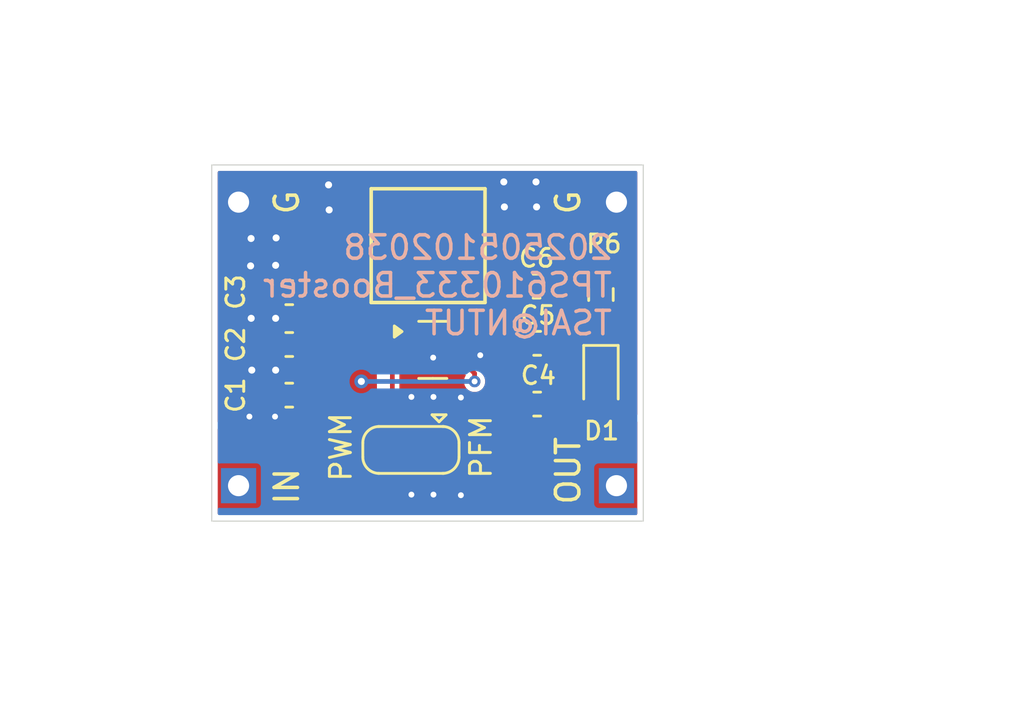
<source format=kicad_pcb>
(kicad_pcb (version 20241229) (generator "pcbnew") (generator_version "9.0")
  (layers (0 "F.Cu" signal) (2 "B.Cu" signal) (13 "F.Paste" user) (15 "B.Paste" user) (5 "F.SilkS" user "F.Silkscreen") (7 "B.SilkS" user "B.Silkscreen") (1 "F.Mask" user) (3 "B.Mask" user) (25 "Edge.Cuts" user))
  (net 0 "")
  (net 1 "GND")
  (net 2 "/VOUT")
  (net 3 "Net-(D1-K)")
  (net 4 "/SW")
  (net 5 "/MODE")
  (net 6 "/PG")
  (net 7 "/VIN")
  (footprint "Capacitor_SMD:C_0603_1608Metric_Pad1.08x0.95mm_HandSolder" (layer "F.Cu") (at 110.0328 87.7316)
    (property "Reference" "C4" (at 0.0508 -1.2192 0) (layer "F.SilkS") (effects (font (size 0.762 0.762) (thickness 0.127))))
    (property "Value" "0.1uF" (hide yes))
    (fp_line (start -0.146267 -0.51) (end 0.146267 -0.51) (stroke (width 0.12)) (layer "F.SilkS"))
    (fp_line (start -0.146267 0.51) (end 0.146267 0.51) (stroke (width 0.12)) (layer "F.SilkS"))
    (pad "1" smd roundrect (at -0.8625 0) (size 1.075 0.95) (layers "F.Cu" "F.Mask" "F.Paste") (net 2 "/VOUT"))
    (pad "2" smd roundrect (at 0.8625 0) (size 1.075 0.95) (layers "F.Cu" "F.Mask" "F.Paste") (net 1 "GND"))
  )
  (footprint "Capacitor_SMD:C_0603_1608Metric_Pad1.08x0.95mm_HandSolder" (layer "F.Cu") (at 110.0328 85.1408)
    (property "Reference" "C5" (at 0.0254 -1.1938 0) (layer "F.SilkS") (effects (font (size 0.762 0.762) (thickness 0.127))))
    (property "Value" "22uF" (hide yes))
    (fp_line (start -0.146267 -0.51) (end 0.146267 -0.51) (stroke (width 0.12)) (layer "F.SilkS"))
    (fp_line (start -0.146267 0.51) (end 0.146267 0.51) (stroke (width 0.12)) (layer "F.SilkS"))
    (pad "1" smd roundrect (at -0.8625 0) (size 1.075 0.95) (layers "F.Cu" "F.Mask" "F.Paste") (net 2 "/VOUT"))
    (pad "2" smd roundrect (at 0.8625 0) (size 1.075 0.95) (layers "F.Cu" "F.Mask" "F.Paste") (net 1 "GND"))
  )
  (footprint "Resistor_SMD:R_0603_1608Metric_Pad0.98x0.95mm_HandSolder" (layer "F.Cu") (at 112.7506 83.0599 90)
    (property "Reference" "R6" (at 2.1609 0.127 180) (layer "F.SilkS") (effects (font (size 0.762 0.762) (thickness 0.127))))
    (property "Value" "1K" (hide yes))
    (fp_line (start -0.254724 -0.5225) (end 0.254724 -0.5225) (stroke (width 0.12)) (layer "F.SilkS"))
    (fp_line (start -0.254724 0.5225) (end 0.254724 0.5225) (stroke (width 0.12)) (layer "F.SilkS"))
    (pad "1" smd roundrect (at -0.9125 0 90) (size 0.975 0.95) (layers "F.Cu" "F.Mask" "F.Paste") (net 3 "Net-(D1-K)"))
    (pad "2" smd roundrect (at 0.9125 0 90) (size 0.975 0.95) (layers "F.Cu" "F.Mask" "F.Paste") (net 1 "GND"))
  )
  (footprint "TPS61033:TestPoint_THTPad_1.5x1.5mm_Drill0.7mm" (layer "F.Cu") (at 97.3074 79.121)
    (property "Reference" "TP2" (hide yes))
    (property "Value" "TestPoint" (hide yes))
    (pad "1" thru_hole rect (at 0 0) (size 1.5 1.5) (drill 0.9) (layers "*.Cu" "*.Mask") (net 1 "GND"))
  )
  (footprint "Capacitor_SMD:C_0603_1608Metric_Pad1.08x0.95mm_HandSolder" (layer "F.Cu") (at 99.4675 85.1916 180)
    (property "Reference" "C2" (at 2.2871 0 270) (layer "F.SilkS") (effects (font (size 0.762 0.762) (thickness 0.127))))
    (property "Value" "22uF" (hide yes))
    (fp_line (start -0.146267 0.51) (end 0.146267 0.51) (stroke (width 0.12)) (layer "F.SilkS"))
    (fp_line (start -0.146267 -0.51) (end 0.146267 -0.51) (stroke (width 0.12)) (layer "F.SilkS"))
    (pad "1" smd roundrect (at -0.8625 0 180) (size 1.075 0.95) (layers "F.Cu" "F.Mask" "F.Paste") (net 7 "/VIN"))
    (pad "2" smd roundrect (at 0.8625 0 180) (size 1.075 0.95) (layers "F.Cu" "F.Mask" "F.Paste") (net 1 "GND"))
  )
  (footprint "TPS61033:TestPoint_THTPad_1.5x1.5mm_Drill0.7mm" (layer "F.Cu") (at 113.411 91.2114)
    (property "Reference" "TP3" (hide yes))
    (property "Value" "TestPoint" (hide yes))
    (pad "1" thru_hole rect (at 0 0) (size 1.5 1.5) (drill 0.9) (layers "*.Cu" "*.Mask") (net 2 "/VOUT"))
  )
  (footprint "TPS61033:IND_EXLA-0402_EAT" (layer "F.Cu") (at 105.3846 80.9752)
    (property "Reference" "L1" (hide yes))
    (property "Value" "1uH" (hide yes))
    (fp_line (start -2.4257 -2.4257) (end -2.4257 2.4257) (stroke (width 0.1524)) (layer "F.SilkS"))
    (fp_line (start -2.4257 2.4257) (end 2.4257 2.4257) (stroke (width 0.1524)) (layer "F.SilkS"))
    (fp_line (start 2.4257 -2.4257) (end -2.4257 -2.4257) (stroke (width 0.1524)) (layer "F.SilkS"))
    (fp_line (start 2.4257 2.4257) (end 2.4257 -2.4257) (stroke (width 0.1524)) (layer "F.SilkS"))
    (pad "1" smd rect (at -1.1303 0) (size 1.0922 3.7084) (layers "F.Cu" "F.Mask" "F.Paste") (net 7 "/VIN"))
    (pad "2" smd rect (at 1.1303 0) (size 1.0922 3.7084) (layers "F.Cu" "F.Mask" "F.Paste") (net 4 "/SW"))
  )
  (footprint "TPS61033:TestPoint_THTPad_1.5x1.5mm_Drill0.7mm" (layer "F.Cu") (at 113.411 79.121)
    (property "Reference" "TP4" (hide yes))
    (property "Value" "TestPoint" (hide yes))
    (pad "1" thru_hole rect (at 0 0) (size 1.5 1.5) (drill 0.9) (layers "*.Cu" "*.Mask") (net 1 "GND"))
  )
  (footprint "TPS61033:TestPoint_THTPad_1.5x1.5mm_Drill0.7mm" (layer "F.Cu") (at 97.3074 91.2114)
    (property "Reference" "TP1" (hide yes))
    (property "Value" "TestPoint" (hide yes))
    (pad "1" thru_hole rect (at 0 0) (size 1.5 1.5) (drill 0.9) (layers "*.Cu" "*.Mask") (net 7 "/VIN"))
  )
  (footprint "Capacitor_SMD:C_0603_1608Metric_Pad1.08x0.95mm_HandSolder" (layer "F.Cu") (at 99.4675 87.3506 180)
    (property "Reference" "C1" (at 2.2871 0 270) (layer "F.SilkS") (effects (font (size 0.762 0.762) (thickness 0.127))))
    (property "Value" "0.1uF" (hide yes))
    (fp_line (start -0.146267 0.51) (end 0.146267 0.51) (stroke (width 0.12)) (layer "F.SilkS"))
    (fp_line (start -0.146267 -0.51) (end 0.146267 -0.51) (stroke (width 0.12)) (layer "F.SilkS"))
    (pad "1" smd roundrect (at -0.8625 0 180) (size 1.075 0.95) (layers "F.Cu" "F.Mask" "F.Paste") (net 7 "/VIN"))
    (pad "2" smd roundrect (at 0.8625 0 180) (size 1.075 0.95) (layers "F.Cu" "F.Mask" "F.Paste") (net 1 "GND"))
  )
  (footprint "Capacitor_SMD:C_0603_1608Metric_Pad1.08x0.95mm_HandSolder" (layer "F.Cu") (at 110.0074 82.7023)
    (property "Reference" "C6" (at 0 -1.1937 0) (layer "F.SilkS") (effects (font (size 0.762 0.762) (thickness 0.127))))
    (property "Value" "22uF" (hide yes))
    (fp_line (start -0.146267 -0.51) (end 0.146267 -0.51) (stroke (width 0.12)) (layer "F.SilkS"))
    (fp_line (start -0.146267 0.51) (end 0.146267 0.51) (stroke (width 0.12)) (layer "F.SilkS"))
    (pad "1" smd roundrect (at -0.8625 0) (size 1.075 0.95) (layers "F.Cu" "F.Mask" "F.Paste") (net 2 "/VOUT"))
    (pad "2" smd roundrect (at 0.8625 0) (size 1.075 0.95) (layers "F.Cu" "F.Mask" "F.Paste") (net 1 "GND"))
  )
  (footprint "LED_SMD:LED_0603_1608Metric" (layer "F.Cu") (at 112.7506 86.7155 -90)
    (property "Reference" "D1" (at 2.1591 -0.0254 180) (layer "F.SilkS") (effects (font (size 0.762 0.762) (thickness 0.127))))
    (property "Value" "LED" (hide yes))
    (fp_line (start -1.485 0.735) (end 0.8 0.735) (stroke (width 0.12)) (layer "F.SilkS"))
    (fp_line (start -1.485 -0.735) (end -1.485 0.735) (stroke (width 0.12)) (layer "F.SilkS"))
    (fp_line (start 0.8 -0.735) (end -1.485 -0.735) (stroke (width 0.12)) (layer "F.SilkS"))
    (pad "1" smd roundrect (at -0.7875 0 270) (size 0.875 0.95) (layers "F.Cu" "F.Mask" "F.Paste") (net 3 "Net-(D1-K)"))
    (pad "2" smd roundrect (at 0.7875 0 270) (size 0.875 0.95) (layers "F.Cu" "F.Mask" "F.Paste") (net 2 "/VOUT"))
  )
  (footprint "TPS61033:SOT-5X3" (layer "F.Cu") (at 105.584 85.1377)
    (property "Reference" "U1" (hide yes))
    (property "Value" "~" (hide yes))
    (fp_line (start 0 -0.935) (end -0.6 -0.935) (stroke (width 0.12)) (layer "F.SilkS"))
    (fp_line (start 0 -0.935) (end 0.6 -0.935) (stroke (width 0.12)) (layer "F.SilkS"))
    (fp_line (start 0 1.5) (end -0.6 1.5) (stroke (width 0.12)) (layer "F.SilkS"))
    (fp_line (start 0 1.5) (end 0.6 1.5) (stroke (width 0.12)) (layer "F.SilkS"))
    (fp_poly (pts (xy -1.31 -0.5) (xy -1.64 -0.26) (xy -1.64 -0.74)) (stroke (width 0.12)) (fill yes) (layer "F.SilkS"))
    (pad "1" smd roundrect (at -0.7125 -0.5) (size 0.675 0.35) (layers "F.Cu" "F.Mask" "F.Paste") (roundrect_rratio 0.1428571429) (net 7 "/VIN") (clearance 0.127))
    (pad "2" smd roundrect (at -0.7125 0) (size 0.675 0.35) (layers "F.Cu" "F.Mask" "F.Paste") (roundrect_rratio 0.1428571429) (net 7 "/VIN") (clearance 0.127))
    (pad "3" smd roundrect (at -0.7125 0.5) (size 0.675 0.35) (layers "F.Cu" "F.Mask" "F.Paste") (roundrect_rratio 0.1428571429) (net 5 "/MODE") (clearance 0.127))
    (pad "4" smd roundrect (at -0.7 1) (size 0.675 0.35) (layers "F.Cu" "F.Mask" "F.Paste") (roundrect_rratio 0.1428571429) (net 6 "/PG") (clearance 0.127))
    (pad "5" smd roundrect (at 0.7 1) (size 0.675 0.35) (layers "F.Cu" "F.Mask" "F.Paste") (roundrect_rratio 0.1428571429) (net 7 "/VIN") (clearance 0.127))
    (pad "6" smd roundrect (at 0.7125 0.5) (size 0.675 0.35) (layers "F.Cu" "F.Mask" "F.Paste") (roundrect_rratio 0.1428571429) (net 1 "GND") (clearance 0.127))
    (pad "7" smd roundrect (at 0.7125 0) (size 0.675 0.35) (layers "F.Cu" "F.Mask" "F.Paste") (roundrect_rratio 0.1428571429) (net 4 "/SW") (clearance 0.127))
    (pad "8" smd roundrect (at 0.7125 -0.5) (size 0.675 0.35) (layers "F.Cu" "F.Mask" "F.Paste") (roundrect_rratio 0.1428571429) (net 2 "/VOUT") (clearance 0.127))
  )
  (footprint "TPS61033:SolderJumper-3_P1.3mm_Open_RoundedPad1.0x1.5mm" (layer "F.Cu") (at 104.6526 89.6874 180)
    (property "Reference" "JP1" (hide yes))
    (property "Value" "SolderJumper_3_Bridged12" (hide yes))
    (fp_line (start 2.05 -0.3) (end 2.05 0.3) (stroke (width 0.12)) (layer "F.SilkS"))
    (fp_line (start 1.4 1) (end -1.4 1) (stroke (width 0.12)) (layer "F.SilkS"))
    (fp_line (start -1.2 1.2) (end -0.9 1.5) (stroke (width 0.12)) (layer "F.SilkS"))
    (fp_line (start -1.2 1.2) (end -1.5 1.5) (stroke (width 0.12)) (layer "F.SilkS"))
    (fp_line (start -1.4 -1) (end 1.4 -1) (stroke (width 0.12)) (layer "F.SilkS"))
    (fp_line (start -1.5 1.5) (end -0.9 1.5) (stroke (width 0.12)) (layer "F.SilkS"))
    (fp_line (start -2.05 0.3) (end -2.05 -0.3) (stroke (width 0.12)) (layer "F.SilkS"))
    (fp_arc (start 2.05 0.3) (mid 1.844975 0.794975) (end 1.35 1) (stroke (width 0.12)) (layer "F.SilkS"))
    (fp_arc (start 1.35 -1) (mid 1.844975 -0.794975) (end 2.05 -0.3) (stroke (width 0.12)) (layer "F.SilkS"))
    (fp_arc (start -1.35 1) (mid -1.844975 0.794975) (end -2.05 0.3) (stroke (width 0.12)) (layer "F.SilkS"))
    (fp_arc (start -2.05 -0.3) (mid -1.844975 -0.794975) (end -1.35 -1) (stroke (width 0.12)) (layer "F.SilkS"))
    (pad "1" smd custom (at -1.3 0 180) (size 1 0.5) (layers "F.Cu" "F.Mask") (net 1 "GND") (options (clearance outline) (anchor rect)) (primitives (gr_circle (center 0 0.25) (end 0.5 0.25) (width 0) (fill yes)) (gr_circle (center 0 -0.25) (end 0.5 -0.25) (width 0) (fill yes)) (gr_poly (pts (xy 0.55 0.75) (xy 0 0.75) (xy 0 -0.75) (xy 0.55 -0.75)) (width 0) (fill yes))))
    (pad "2" smd rect (at 0 0 180) (size 1 1.5) (layers "F.Cu" "F.Mask") (net 5 "/MODE"))
    (pad "3" smd custom (at 1.3 0 180) (size 1 0.5) (layers "F.Cu" "F.Mask") (net 7 "/VIN") (options (clearance outline) (anchor rect)) (primitives (gr_circle (center 0 0.25) (end 0.5 0.25) (width 0) (fill yes)) (gr_circle (center 0 -0.25) (end 0.5 -0.25) (width 0) (fill yes)) (gr_poly (pts (xy 0 0.75) (xy -0.55 0.75) (xy -0.55 -0.75) (xy 0 -0.75)) (width 0) (fill yes))))
  )
  (footprint "Capacitor_SMD:C_0603_1608Metric_Pad1.08x0.95mm_HandSolder" (layer "F.Cu") (at 99.4675 82.9818 180)
    (property "Reference" "C3" (at 2.2871 0.0254 270) (layer "F.SilkS") (effects (font (size 0.762 0.762) (thickness 0.127))))
    (property "Value" "22uF" (hide yes))
    (fp_line (start -0.146267 0.51) (end 0.146267 0.51) (stroke (width 0.12)) (layer "F.SilkS"))
    (fp_line (start -0.146267 -0.51) (end 0.146267 -0.51) (stroke (width 0.12)) (layer "F.SilkS"))
    (pad "1" smd roundrect (at -0.8625 0 180) (size 1.075 0.95) (layers "F.Cu" "F.Mask" "F.Paste") (net 7 "/VIN"))
    (pad "2" smd roundrect (at 0.8625 0 180) (size 1.075 0.95) (layers "F.Cu" "F.Mask" "F.Paste") (net 1 "GND"))
  )
  (gr_rect (start 96.1644 77.5335) (end 114.554 92.7227) (stroke (width 0.05)) (fill no) (layer "Edge.Cuts"))
  (gr_text "G" (at 99.949 79.7306 90) (layer "F.SilkS") (effects (font (size 1 1) (thickness 0.15) (bold yes)) (justify left bottom)))
  (gr_text "PWM" (at 102.1842 91.107 90) (layer "F.SilkS") (effects (font (size 0.889 0.889) (thickness 0.127)) (justify left bottom)))
  (gr_text "IN" (at 99.949 92.098305 90) (layer "F.SilkS") (effects (font (size 1 1) (thickness 0.15) (bold yes)) (justify left bottom)))
  (gr_text "PFM" (at 108.1532 90.98 90) (layer "F.SilkS") (effects (font (size 0.889 0.889) (thickness 0.127)) (justify left bottom)))
  (gr_text "G" (at 111.9378 79.7306 90) (layer "F.SilkS") (effects (font (size 1 1) (thickness 0.15) (bold yes)) (justify left bottom)))
  (gr_text "OUT" (at 111.9378 92.098305 90) (layer "F.SilkS") (effects (font (size 1 1) (thickness 0.15) (bold yes)) (justify left bottom)))
  (gr_text "202505102038\nTPS610333_Booster\nTSAI@NTUT" (at 113.3094 84.8614 0) (layer "B.SilkS") (effects (font (size 1 1)) (justify left bottom mirror)))
  (via (at 97.8204 81.8388) (size 0.6) (drill 0.3) (layers "F.Cu" "B.Cu") (net 1))
  (via (at 106.7816 91.6178) (size 0.5) (drill 0.25) (layers "F.Cu" "B.Cu") (net 1))
  (via (at 101.1428 78.3844) (size 0.6) (drill 0.3) (layers "F.Cu" "B.Cu") (net 1))
  (via (at 107.6071 85.6488) (size 0.5) (drill 0.25) (layers "F.Cu" "B.Cu") (net 1))
  (via (at 108.6104 78.2574) (size 0.6) (drill 0.3) (layers "F.Cu" "B.Cu") (net 1))
  (via (at 97.8712 86.2838) (size 0.6) (drill 0.3) (layers "F.Cu" "B.Cu") (net 1))
  (via (at 104.6734 91.5924) (size 0.5) (drill 0.25) (layers "F.Cu" "B.Cu") (net 1))
  (via (at 97.7696 88.265) (size 0.5) (drill 0.25) (layers "F.Cu" "B.Cu") (net 1))
  (via (at 98.8872 84.074) (size 0.6) (drill 0.3) (layers "F.Cu" "B.Cu") (net 1))
  (via (at 108.6358 79.3242) (size 0.6) (drill 0.3) (layers "F.Cu" "B.Cu") (net 1))
  (via (at 97.8458 84.074) (size 0.6) (drill 0.3) (layers "F.Cu" "B.Cu") (net 1))
  (via (at 101.1682 79.4512) (size 0.6) (drill 0.3) (layers "F.Cu" "B.Cu") (net 1))
  (via (at 105.6005 85.7504) (size 0.5) (drill 0.25) (layers "F.Cu" "B.Cu") (net 1))
  (via (at 98.8872 81.8134) (size 0.6) (drill 0.3) (layers "F.Cu" "B.Cu") (net 1))
  (via (at 98.8872 86.2838) (size 0.6) (drill 0.3) (layers "F.Cu" "B.Cu") (net 1))
  (via (at 98.8618 88.265) (size 0.5) (drill 0.25) (layers "F.Cu" "B.Cu") (net 1))
  (via (at 98.9076 80.645) (size 0.6) (drill 0.3) (layers "F.Cu" "B.Cu") (net 1))
  (via (at 110.0074 79.3242) (size 0.6) (drill 0.3) (layers "F.Cu" "B.Cu") (net 1))
  (via (at 106.7816 87.4522) (size 0.5) (drill 0.25) (layers "F.Cu" "B.Cu") (net 1))
  (via (at 105.6132 87.4268) (size 0.5) (drill 0.25) (layers "F.Cu" "B.Cu") (net 1))
  (via (at 104.6734 87.4268) (size 0.5) (drill 0.25) (layers "F.Cu" "B.Cu") (net 1))
  (via (at 97.8408 80.6704) (size 0.6) (drill 0.3) (layers "F.Cu" "B.Cu") (net 1))
  (via (at 105.6132 91.5924) (size 0.5) (drill 0.25) (layers "F.Cu" "B.Cu") (net 1))
  (via (at 109.982 78.2574) (size 0.6) (drill 0.3) (layers "F.Cu" "B.Cu") (net 1))
  (segment (start 112.7506 87.503) (end 112.7506 88.519) (width 0.2) (layer "F.Cu") (net 2))
  (segment (start 109.0228 84.8662) (end 109.1703 85.0137) (width 0.2) (layer "F.Cu") (net 2))
  (segment (start 112.7506 85.928) (end 112.7506 84.072) (width 0.2) (layer "F.Cu") (net 3))
  (segment (start 105.5878 84.906412) (end 105.5878 83.0834) (width 0.34798) (layer "F.Cu") (net 4))
  (segment (start 106.3371 85.1408) (end 105.822188 85.1408) (width 0.34798) (layer "F.Cu") (net 4))
  (segment (start 105.822188 85.1408) (end 105.5878 84.906412) (width 0.34798) (layer "F.Cu") (net 4))
  (segment (start 105.5878 83.0834) (end 105.7148 82.9564) (width 0.34798) (layer "F.Cu") (net 4))
  (segment (start 104.0876 85.6377) (end 103.8606 85.8647) (width 0.2) (layer "F.Cu") (net 5))
  (segment (start 104.6526 89.6874) (end 104.6526 88.6859) (width 0.2) (layer "F.Cu") (net 5))
  (segment (start 104.8715 85.6377) (end 104.0876 85.6377) (width 0.2) (layer "F.Cu") (net 5))
  (segment (start 103.8606 85.8647) (end 103.8606 87.8939) (width 0.2) (layer "F.Cu") (net 5))
  (segment (start 104.6526 88.6859) (end 103.8606 87.8939) (width 0.2) (layer "F.Cu") (net 5))
  (segment (start 107.3658 86.4235) (end 107.08 86.1377) (width 0.2) (layer "F.Cu") (net 7))
  (segment (start 107.08 86.1377) (end 106.284 86.1377) (width 0.2) (layer "F.Cu") (net 7))
  (segment (start 107.3658 86.7664) (end 107.3658 86.4235) (width 0.2) (layer "F.Cu") (net 7))
  (via (at 107.3658 86.7664) (size 0.5) (drill 0.25) (layers "F.Cu" "B.Cu") (net 7))
  (via (at 102.5398 86.7664) (size 0.6) (drill 0.3) (layers "F.Cu" "B.Cu") (net 7))
  (segment (start 102.5398 86.7664) (end 107.3658 86.7664) (width 0.2) (layer "B.Cu") (net 7))
  (zone (net 4) (net_name "/SW") (layer "F.Cu") (priority 1) (connect_pads yes (clearance 0.127)) (min_thickness 0.127) (fill yes (thermal_gap 0.5) (thermal_bridge_width 0.5))
    (polygon (pts (xy 107.569 78.5368) (xy 107.569 82.9818) (xy 107.2134 83.2358) (xy 105.41 83.243804) (xy 105.41 78.5368)))
  )
  (zone (net 2) (net_name "/VOUT") (layer "F.Cu") (priority 4) (connect_pads yes (clearance 0.127)) (min_thickness 0.127) (fill yes (thermal_gap 0.5) (thermal_bridge_width 0.5))
    (polygon (pts (xy 105.8926 84.328) (xy 107.171434 84.328) (xy 108.2294 83.762111) (xy 108.2294 85.121307) (xy 107.116034 84.8106) (xy 105.8926 84.8106)))
  )
  (zone (net 7) (net_name "/VIN") (layer "F.Cu") (priority 3) (connect_pads yes (clearance 0.127)) (min_thickness 0.127) (fill yes (thermal_gap 0.5) (thermal_bridge_width 0.5))
    (polygon (pts (xy 96.369104 92.457285) (xy 96.417407 88.7476) (xy 99.2124 88.7476) (xy 99.4664 88.4936) (xy 99.484572 81.655322) (xy 100.9396 80.3656) (xy 102.0826 80.3656) (xy 102.3112 80.1624) (xy 102.3112 78.5368) (xy 105.156 78.5368) (xy 105.1306 84.4296) (xy 105.1052 85.344) (xy 104.394 85.3948) (xy 103.190622 85.3948) (xy 103.249985 92.422356)))
  )
  (zone (net 2) (net_name "/VOUT") (layer "F.Cu") (priority 2) (connect_pads yes (clearance 0.127)) (min_thickness 0.127) (fill yes (thermal_gap 0.5) (thermal_bridge_width 0.5))
    (polygon (pts (xy 108.204 80.2132) (xy 110.0074 80.2132) (xy 110.0582 88.2142) (xy 110.224913 88.427894) (xy 114.332135 88.438757) (xy 114.3254 92.4814) (xy 108.171458 92.4814)))
  )
  (zone (net 1) (net_name "GND") (layer "F.Cu") (connect_pads yes (clearance 0.127)) (min_thickness 0.127) (fill yes (thermal_gap 0.5) (thermal_bridge_width 0.5))
    (polygon (pts (xy 90.8 70.5) (xy 130.8 70.5) (xy 130.8 99.5) (xy 90.8 99.5)))
  )
  (zone (net 1) (net_name "GND") (layer "B.Cu") (connect_pads yes (clearance 0.127)) (min_thickness 0.127) (fill yes (thermal_gap 0.5) (thermal_bridge_width 0.5))
    (polygon (pts (xy 90 72) (xy 130 72) (xy 130 101) (xy 90 101)))
  )
)
</source>
